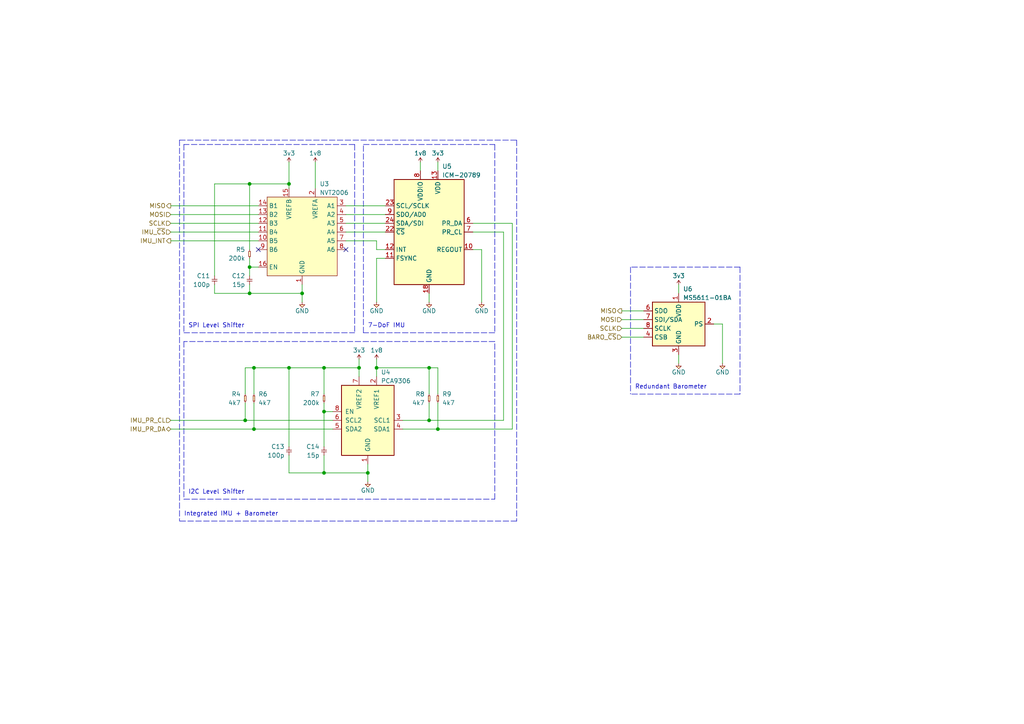
<source format=kicad_sch>
(kicad_sch (version 20211123) (generator eeschema)
  (paper "A4")
  (title_block (title "HAB Altimeter") (date "2021-08-31") (rev "1") (company "Cambridge University Spaceflight") (comment 4 "Drawn By H. Franks"))
  (lib_symbols
    (symbol "Strix:1v8" (power) (pin_numbers hide) (pin_names (offset 1.016) hide)
      (property "Value" "1v8" (at 0 2.286 0))
      (symbol "1v8_0_1"
        (polyline (pts (xy 0 1.27) (xy 0.508 0.508)))
        (polyline (pts (xy 0 0) (xy 0 1.27) (xy -0.508 0.508)))
      )
      (symbol "1v8_1_1"
        (pin power_in line (at 0 0 180) (length 0) hide (name "1v8") (number "1"))
      )
    )
    (symbol "Strix:3v3" (power) (pin_numbers hide) (pin_names (offset 1.016) hide)
      (property "Value" "3v3" (at 0 2.286 0))
      (symbol "3v3_0_1"
        (polyline (pts (xy 0 1.27) (xy 0.508 0.508)))
        (polyline (pts (xy 0 0) (xy 0 1.27) (xy -0.508 0.508)))
      )
      (symbol "3v3_1_1"
        (pin power_in line (at 0 0 180) (length 0) hide (name "3v3") (number "1"))
      )
    )
    (symbol "Strix:C" (pin_numbers hide) (pin_names (offset 1.016) hide)
      (property "Reference" "C" (at 1.27 1.778 0))
      (property "Value" "C" (at 1.27 -1.778 0))
      (symbol "C_0_1"
        (polyline (pts (xy 1.016 0.762) (xy 1.016 -0.762)))
        (polyline (pts (xy 1.524 0.762) (xy 1.524 -0.762)))
      )
      (symbol "C_1_1"
        (pin passive line (at 0 0 0) (length 1.016) (name "~") (number "1"))
        (pin passive line (at 2.54 0 180) (length 1.016) (name "~") (number "2"))
      )
    )
    (symbol "Strix:GND" (power) (pin_numbers hide) (pin_names (offset 1.016) hide)
      (property "Value" "GND" (at 0 -2.54 0))
      (symbol "GND_0_1"
        (polyline (pts (xy 0 0) (xy 0 -0.762)))
        (polyline (pts (xy -0.762 -0.762) (xy 0.762 -0.762) (xy 0 -1.524) (xy -0.762 -0.762)) (fill (type background)))
      )
      (symbol "GND_1_1"
        (pin power_in line (at 0 0 180) (length 0) hide (name "GND") (number "1"))
      )
    )
    (symbol "Strix:ICM-20789"
      (property "Reference" "U" (at 11.43 16.51 0))
      (property "Value" "ICM-20789" (at 11.43 13.97 0))
      (symbol "ICM-20789_0_1"
        (rectangle (start -10.16 15.24) (end 10.16 -15.24) (stroke (width 0.254)) (fill (type background)))
      )
      (symbol "ICM-20789_1_1"
        (pin no_connect line (at -12.7 12.7 0) (length 2.54) hide (name "NC") (number "1"))
        (pin passive line (at 12.7 -5.08 180) (length 2.54) (name "REGOUT") (number "10"))
        (pin input line (at -12.7 -7.62 0) (length 2.54) (name "FSYNC") (number "11"))
        (pin output line (at -12.7 -5.08 0) (length 2.54) (name "INT") (number "12"))
        (pin power_in line (at 2.54 17.78 270) (length 2.54) (name "VDD") (number "13"))
        (pin no_connect line (at 12.7 10.16 180) (length 2.54) hide (name "NC") (number "14"))
        (pin no_connect line (at 12.7 7.62 180) (length 2.54) hide (name "NC") (number "15"))
        (pin no_connect line (at 12.7 -7.62 180) (length 2.54) hide (name "NC") (number "16"))
        (pin no_connect line (at 12.7 -10.16 180) (length 2.54) hide (name "NC") (number "17"))
        (pin power_in line (at 0 -17.78 90) (length 2.54) (name "GND") (number "18"))
        (pin no_connect line (at 12.7 -12.7 180) (length 2.54) hide (name "NC") (number "19"))
        (pin no_connect line (at -12.7 10.16 0) (length 2.54) hide (name "NC") (number "2"))
        (pin no_connect line (at 0 -17.78 90) (length 2.54) hide (name "NC") (number "20"))
        (pin no_connect line (at 12.7 5.08 180) (length 2.54) hide (name "NC") (number "21"))
        (pin input line (at -12.7 0 0) (length 2.54) (name "~{CS}") (number "22"))
        (pin input line (at -12.7 7.62 0) (length 2.54) (name "SCL/SCLK") (number "23"))
        (pin bidirectional line (at -12.7 2.54 0) (length 2.54) (name "SDA/SDI") (number "24"))
        (pin no_connect line (at -12.7 -2.54 0) (length 2.54) hide (name "NC") (number "3"))
        (pin no_connect line (at -12.7 -10.16 0) (length 2.54) hide (name "NC") (number "4"))
        (pin no_connect line (at -12.7 -12.7 0) (length 2.54) hide (name "NC") (number "5"))
        (pin bidirectional line (at 12.7 2.54 180) (length 2.54) (name "PR_DA") (number "6"))
        (pin input line (at 12.7 0 180) (length 2.54) (name "PR_CL") (number "7"))
        (pin power_in line (at -2.54 17.78 270) (length 2.54) (name "VDDIO") (number "8"))
        (pin bidirectional line (at -12.7 5.08 0) (length 2.54) (name "SDO/AD0") (number "9"))
      )
    )
    (symbol "Strix:MS5611-01BA"
      (property "Reference" "U" (at -6.35 7.62 0))
      (property "Value" "MS5611-01BA" (at 7.62 7.62 0))
      (symbol "MS5611-01BA_0_1"
        (rectangle (start -7.62 6.35) (end 7.62 -6.35) (stroke (width 0.254)) (fill (type background)))
      )
      (symbol "MS5611-01BA_1_1"
        (pin power_in line (at 0 8.89 270) (length 2.54) (name "VDD") (number "1"))
        (pin input line (at 10.16 0 180) (length 2.54) (name "PS") (number "2"))
        (pin power_in line (at 0 -8.89 90) (length 2.54) (name "GND") (number "3"))
        (pin input line (at -10.16 -3.81 0) (length 2.54) (name "CSB") (number "4"))
        (pin input line (at -10.16 -3.81 0) (length 2.54) hide (name "CSB") (number "5"))
        (pin output line (at -10.16 3.81 0) (length 2.54) (name "SDO") (number "6"))
        (pin bidirectional line (at -10.16 1.27 0) (length 2.54) (name "SDI/SDA") (number "7"))
        (pin input line (at -10.16 -1.27 0) (length 2.54) (name "SCLK") (number "8"))
      )
    )
    (symbol "Strix:NVT2006"
      (property "Reference" "U" (at 5.08 12.7 0))
      (property "Value" "NVT2006" (at 5.08 10.16 0))
      (symbol "NVT2006_0_0"
        (pin power_in line (at 0 -16.51 90) (length 2.54) (name "GND") (number "1"))
        (pin bidirectional line (at 12.7 -3.81 180) (length 2.54) (name "B5") (number "10"))
        (pin bidirectional line (at 12.7 -1.27 180) (length 2.54) (name "B4") (number "11"))
        (pin bidirectional line (at 12.7 1.27 180) (length 2.54) (name "B3") (number "12"))
        (pin bidirectional line (at 12.7 3.81 180) (length 2.54) (name "B2") (number "13"))
        (pin bidirectional line (at 12.7 6.35 180) (length 2.54) (name "B1") (number "14"))
        (pin power_in line (at 3.81 11.43 270) (length 2.54) (name "VREFB") (number "15"))
        (pin input line (at 12.7 -11.43 180) (length 2.54) (name "EN") (number "16"))
        (pin power_in line (at -3.81 11.43 270) (length 2.54) (name "VREFA") (number "2"))
        (pin bidirectional line (at -12.7 6.35 0) (length 2.54) (name "A1") (number "3"))
        (pin bidirectional line (at -12.7 3.81 0) (length 2.54) (name "A2") (number "4"))
        (pin bidirectional line (at -12.7 1.27 0) (length 2.54) (name "A3") (number "5"))
        (pin bidirectional line (at -12.7 -1.27 0) (length 2.54) (name "A4") (number "6"))
        (pin bidirectional line (at -12.7 -3.81 0) (length 2.54) (name "A5") (number "7"))
        (pin bidirectional line (at -12.7 -6.35 0) (length 2.54) (name "A6") (number "8"))
        (pin bidirectional line (at 12.7 -6.35 180) (length 2.54) (name "B6") (number "9"))
      )
      (symbol "NVT2006_0_1"
        (rectangle (start -10.16 8.89) (end 10.16 -13.97) (fill (type background)))
      )
    )
    (symbol "Strix:PCA9306" (pin_names (offset 1.016))
      (property "Reference" "U" (at -7.62 11.43 0))
      (property "Value" "PCA9306" (at 5.08 11.43 0))
      (symbol "PCA9306_0_1"
        (rectangle (start -7.62 10.16) (end 7.62 -10.16) (stroke (width 0.254)) (fill (type background)))
      )
      (symbol "PCA9306_1_1"
        (pin power_in line (at 0 -12.7 90) (length 2.54) (name "GND") (number "1"))
        (pin power_in line (at -2.54 12.7 270) (length 2.54) (name "VREF1") (number "2"))
        (pin bidirectional line (at -10.16 0 0) (length 2.54) (name "SCL1") (number "3"))
        (pin bidirectional line (at -10.16 -2.54 0) (length 2.54) (name "SDA1") (number "4"))
        (pin bidirectional line (at 10.16 -2.54 180) (length 2.54) (name "SDA2") (number "5"))
        (pin bidirectional line (at 10.16 0 180) (length 2.54) (name "SCL2") (number "6"))
        (pin power_in line (at 2.54 12.7 270) (length 2.54) (name "VREF2") (number "7"))
        (pin input line (at 10.16 2.54 180) (length 2.54) (name "EN") (number "8"))
      )
    )
    (symbol "Strix:R" (pin_numbers hide) (pin_names (offset 1.016) hide)
      (property "Reference" "R" (at 1.27 1.27 0))
      (property "Value" "R" (at 1.27 -1.27 0))
      (symbol "R_0_1"
        (rectangle (start 0.508 0.254) (end 2.032 -0.254) (fill (type background)))
      )
      (symbol "R_1_1"
        (pin passive line (at 0 0 0) (length 0.508) (name "~") (number "1"))
        (pin passive line (at 2.54 0 180) (length 0.508) (name "~") (number "2"))
      )
    )
  )
  (junction (at 124.46 121.92))
  (junction (at 73.66 106.68))
  (junction (at 104.14 106.68))
  (junction (at 83.82 53.34))
  (junction (at 72.39 53.34))
  (junction (at 71.12 121.92))
  (junction (at 109.22 106.68))
  (junction (at 83.82 106.68))
  (junction (at 127 124.46))
  (junction (at 106.68 137.16))
  (junction (at 72.39 85.09))
  (junction (at 93.98 137.16))
  (junction (at 93.98 119.38))
  (junction (at 87.63 85.09))
  (junction (at 72.39 77.47))
  (junction (at 93.98 106.68))
  (junction (at 73.66 124.46))
  (junction (at 124.46 106.68))
  (no_connect (at 74.93 72.39))
  (no_connect (at 100.33 72.39))
  (wire (pts (xy 72.39 82.55) (xy 72.39 85.09)))
  (wire (pts (xy 127 49.53) (xy 127 46.99)))
  (polyline (pts (xy 143.51 96.52) (xy 105.41 96.52)))
  (wire (pts (xy 62.23 85.09) (xy 72.39 85.09)))
  (wire (pts (xy 49.53 121.92) (xy 71.12 121.92)))
  (wire (pts (xy 62.23 80.01) (xy 62.23 53.34)))
  (polyline (pts (xy 214.63 114.3) (xy 182.88 114.3)))
  (polyline (pts (xy 105.41 41.91) (xy 143.51 41.91)))
  (wire (pts (xy 93.98 106.68) (xy 83.82 106.68)))
  (wire (pts (xy 124.46 121.92) (xy 146.05 121.92)))
  (wire (pts (xy 49.53 69.85) (xy 74.93 69.85)))
  (wire (pts (xy 83.82 106.68) (xy 83.82 129.54)))
  (wire (pts (xy 72.39 53.34) (xy 83.82 53.34)))
  (wire (pts (xy 116.84 124.46) (xy 127 124.46)))
  (wire (pts (xy 93.98 119.38) (xy 96.52 119.38)))
  (wire (pts (xy 87.63 85.09) (xy 87.63 87.63)))
  (wire (pts (xy 127 116.84) (xy 127 124.46)))
  (wire (pts (xy 72.39 77.47) (xy 72.39 80.01)))
  (wire (pts (xy 49.53 124.46) (xy 73.66 124.46)))
  (wire (pts (xy 83.82 106.68) (xy 73.66 106.68)))
  (wire (pts (xy 180.34 92.71) (xy 186.69 92.71)))
  (wire (pts (xy 109.22 72.39) (xy 109.22 69.85)))
  (polyline (pts (xy 214.63 77.47) (xy 182.88 77.47)))
  (polyline (pts (xy 53.34 41.91) (xy 53.34 96.52)))
  (wire (pts (xy 93.98 132.08) (xy 93.98 137.16)))
  (wire (pts (xy 111.76 64.77) (xy 100.33 64.77)))
  (wire (pts (xy 73.66 106.68) (xy 71.12 106.68)))
  (wire (pts (xy 73.66 106.68) (xy 73.66 114.3)))
  (wire (pts (xy 124.46 106.68) (xy 127 106.68)))
  (wire (pts (xy 106.68 137.16) (xy 106.68 139.7)))
  (polyline (pts (xy 53.34 99.06) (xy 53.34 144.78)))
  (wire (pts (xy 148.59 124.46) (xy 148.59 64.77)))
  (wire (pts (xy 127 106.68) (xy 127 114.3)))
  (wire (pts (xy 109.22 104.14) (xy 109.22 106.68)))
  (polyline (pts (xy 102.87 41.91) (xy 53.34 41.91)))
  (wire (pts (xy 109.22 74.93) (xy 111.76 74.93)))
  (polyline (pts (xy 182.88 77.47) (xy 182.88 114.3)))
  (wire (pts (xy 93.98 116.84) (xy 93.98 119.38)))
  (wire (pts (xy 139.7 72.39) (xy 139.7 87.63)))
  (wire (pts (xy 49.53 62.23) (xy 74.93 62.23)))
  (wire (pts (xy 104.14 104.14) (xy 104.14 106.68)))
  (wire (pts (xy 71.12 106.68) (xy 71.12 114.3)))
  (wire (pts (xy 83.82 53.34) (xy 83.82 54.61)))
  (polyline (pts (xy 214.63 77.47) (xy 214.63 114.3)))
  (wire (pts (xy 196.85 85.09) (xy 196.85 82.55)))
  (wire (pts (xy 83.82 132.08) (xy 83.82 137.16)))
  (wire (pts (xy 71.12 121.92) (xy 96.52 121.92)))
  (wire (pts (xy 121.92 49.53) (xy 121.92 46.99)))
  (wire (pts (xy 180.34 95.25) (xy 186.69 95.25)))
  (wire (pts (xy 91.44 46.99) (xy 91.44 54.61)))
  (wire (pts (xy 104.14 106.68) (xy 104.14 109.22)))
  (wire (pts (xy 106.68 134.62) (xy 106.68 137.16)))
  (wire (pts (xy 49.53 64.77) (xy 74.93 64.77)))
  (polyline (pts (xy 149.86 40.64) (xy 149.86 151.13)))
  (polyline (pts (xy 149.86 151.13) (xy 52.07 151.13)))
  (wire (pts (xy 109.22 74.93) (xy 109.22 87.63)))
  (wire (pts (xy 109.22 69.85) (xy 100.33 69.85)))
  (wire (pts (xy 124.46 116.84) (xy 124.46 121.92)))
  (wire (pts (xy 83.82 46.99) (xy 83.82 53.34)))
  (polyline (pts (xy 105.41 96.52) (xy 105.41 41.91)))
  (wire (pts (xy 73.66 116.84) (xy 73.66 124.46)))
  (wire (pts (xy 111.76 62.23) (xy 100.33 62.23)))
  (wire (pts (xy 124.46 106.68) (xy 109.22 106.68)))
  (wire (pts (xy 209.55 93.98) (xy 209.55 105.41)))
  (wire (pts (xy 72.39 85.09) (xy 87.63 85.09)))
  (wire (pts (xy 93.98 114.3) (xy 93.98 106.68)))
  (wire (pts (xy 124.46 114.3) (xy 124.46 106.68)))
  (polyline (pts (xy 52.07 40.64) (xy 149.86 40.64)))
  (polyline (pts (xy 53.34 144.78) (xy 143.51 144.78)))
  (wire (pts (xy 127 124.46) (xy 148.59 124.46)))
  (wire (pts (xy 109.22 106.68) (xy 109.22 109.22)))
  (wire (pts (xy 116.84 121.92) (xy 124.46 121.92)))
  (wire (pts (xy 124.46 85.09) (xy 124.46 87.63)))
  (polyline (pts (xy 143.51 41.91) (xy 143.51 96.52)))
  (wire (pts (xy 87.63 82.55) (xy 87.63 85.09)))
  (polyline (pts (xy 53.34 96.52) (xy 102.87 96.52)))
  (wire (pts (xy 111.76 59.69) (xy 100.33 59.69)))
  (wire (pts (xy 111.76 72.39) (xy 109.22 72.39)))
  (wire (pts (xy 196.85 102.87) (xy 196.85 105.41)))
  (wire (pts (xy 146.05 67.31) (xy 146.05 121.92)))
  (polyline (pts (xy 102.87 41.91) (xy 102.87 96.52)))
  (wire (pts (xy 49.53 67.31) (xy 74.93 67.31)))
  (wire (pts (xy 49.53 59.69) (xy 74.93 59.69)))
  (wire (pts (xy 137.16 67.31) (xy 146.05 67.31)))
  (polyline (pts (xy 52.07 40.64) (xy 52.07 151.13)))
  (wire (pts (xy 137.16 72.39) (xy 139.7 72.39)))
  (wire (pts (xy 180.34 90.17) (xy 186.69 90.17)))
  (wire (pts (xy 93.98 106.68) (xy 104.14 106.68)))
  (wire (pts (xy 72.39 72.39) (xy 72.39 53.34)))
  (wire (pts (xy 83.82 137.16) (xy 93.98 137.16)))
  (wire (pts (xy 209.55 93.98) (xy 207.01 93.98)))
  (wire (pts (xy 62.23 53.34) (xy 72.39 53.34)))
  (wire (pts (xy 93.98 119.38) (xy 93.98 129.54)))
  (polyline (pts (xy 143.51 144.78) (xy 143.51 99.06)))
  (wire (pts (xy 93.98 137.16) (xy 106.68 137.16)))
  (wire (pts (xy 111.76 67.31) (xy 100.33 67.31)))
  (wire (pts (xy 72.39 77.47) (xy 74.93 77.47)))
  (wire (pts (xy 62.23 82.55) (xy 62.23 85.09)))
  (wire (pts (xy 180.34 97.79) (xy 186.69 97.79)))
  (wire (pts (xy 71.12 116.84) (xy 71.12 121.92)))
  (wire (pts (xy 148.59 64.77) (xy 137.16 64.77)))
  (wire (pts (xy 72.39 74.93) (xy 72.39 77.47)))
  (wire (pts (xy 73.66 124.46) (xy 96.52 124.46)))
  (polyline (pts (xy 143.51 99.06) (xy 53.34 99.06)))
  (text "SPI Level Shifter" (at 54.61 95.25 0) (effects (font (size 1.27 1.27)) (justify left bottom)))
  (text "Integrated IMU + Barometer" (at 53.34 149.86 0) (effects (font (size 1.27 1.27)) (justify left bottom)))
  (text "Redundant Barometer" (at 184.15 113.03 0) (effects (font (size 1.27 1.27)) (justify left bottom)))
  (text "I2C Level Shifter" (at 54.61 143.51 0) (effects (font (size 1.27 1.27)) (justify left bottom)))
  (text "7-DoF IMU" (at 106.68 95.25 0) (effects (font (size 1.27 1.27)) (justify left bottom)))
  (hierarchical_label "IMU_INT" (shape output) (at 49.53 69.85 180))
  (hierarchical_label "SCLK" (shape input) (at 180.34 95.25 180))
  (hierarchical_label "MOSI" (shape input) (at 180.34 92.71 180))
  (hierarchical_label "BARO_~{CS}" (shape input) (at 180.34 97.79 180))
  (hierarchical_label "IMU_PR_CL" (shape input) (at 49.53 121.92 180))
  (hierarchical_label "MOSI" (shape input) (at 49.53 62.23 180))
  (hierarchical_label "IMU_PR_DA" (shape bidirectional) (at 49.53 124.46 180))
  (hierarchical_label "MISO" (shape output) (at 180.34 90.17 180))
  (hierarchical_label "MISO" (shape output) (at 49.53 59.69 180))
  (hierarchical_label "IMU_~{CS}" (shape input) (at 49.53 67.31 180))
  (hierarchical_label "SCLK" (shape input) (at 49.53 64.77 180))
  (symbol (lib_id "Strix:GND") (at 196.85 105.41 0) (unit 1)
    (property "Reference" "#PWR026" (effects hide))
    (property "Value" "GND" (at 196.85 107.95 0))
  )
  (symbol (lib_id "Strix:3v3") (at 196.85 82.55 0) (unit 1)
    (property "Reference" "#PWR025" (effects hide))
    (property "Value" "3v3" (at 196.85 80.01 0))
  )
  (symbol (lib_id "Strix:1v8") (at 91.44 46.99 0) (unit 1)
    (property "Reference" "#PWR016" (effects hide))
    (property "Value" "1v8" (at 91.44 44.45 0))
  )
  (symbol (lib_id "Strix:GND") (at 87.63 87.63 0) (mirror y) (unit 1)
    (property "Reference" "#PWR015" (effects hide))
    (property "Value" "GND" (at 87.63 90.17 0))
  )
  (symbol (lib_id "Strix:1v8") (at 121.92 46.99 0) (unit 1)
    (property "Reference" "#PWR021" (effects hide))
    (property "Value" "1v8" (at 121.92 44.45 0))
  )
  (symbol (lib_id "Strix:3v3") (at 127 46.99 0) (unit 1)
    (property "Reference" "#PWR023" (effects hide))
    (property "Value" "3v3" (at 127 44.45 0))
  )
  (symbol (lib_id "Strix:GND") (at 124.46 87.63 0) (unit 1)
    (property "Reference" "#PWR022" (effects hide))
    (property "Value" "GND" (at 124.46 90.17 0))
  )
  (symbol (lib_id "Strix:GND") (at 139.7 87.63 0) (unit 1)
    (property "Reference" "#PWR024" (effects hide))
    (property "Value" "GND" (at 139.7 90.17 0))
  )
  (symbol (lib_id "Strix:GND") (at 109.22 87.63 0) (unit 1)
    (property "Reference" "#PWR019" (effects hide))
    (property "Value" "GND" (at 109.22 90.17 0))
  )
  (symbol (lib_id "Strix:C") (at 72.39 82.55 90) (unit 1)
    (property "Reference" "C12" (at 71.12 80.01 90) (effects (justify left)))
    (property "Value" "15p" (at 71.12 82.55 90) (effects (justify left)))
    (property "Footprint" "Strix:C_0402" (effects hide))
  )
  (symbol (lib_id "Strix:NVT2006") (at 87.63 66.04 0) (mirror y) (unit 1)
    (property "Reference" "U3" (at 92.71 53.34 0) (effects (justify right)))
    (property "Value" "NVT2006" (at 92.71 55.88 0) (effects (justify right)))
  )
  (symbol (lib_id "Strix:C") (at 93.98 132.08 90) (unit 1)
    (property "Reference" "C14" (at 92.71 129.54 90) (effects (justify left)))
    (property "Value" "15p" (at 92.71 132.08 90) (effects (justify left)))
    (property "Footprint" "Strix:C_0402" (effects hide))
  )
  (symbol (lib_id "Strix:R") (at 127 114.3 270) (unit 1)
    (property "Reference" "R9" (at 128.27 114.3 90) (effects (justify left)))
    (property "Value" "4k7" (at 128.27 116.84 90) (effects (justify left)))
    (property "Footprint" "Strix:R_0402" (effects hide))
  )
  (symbol (lib_id "Strix:R") (at 124.46 114.3 90) (mirror x) (unit 1)
    (property "Reference" "R8" (at 123.19 114.3 90) (effects (justify left)))
    (property "Value" "4k7" (at 123.19 116.84 90) (effects (justify left)))
    (property "Footprint" "Strix:R_0402" (effects hide))
  )
  (symbol (lib_id "Strix:GND") (at 209.55 105.41 0) (unit 1)
    (property "Reference" "#PWR027" (effects hide))
    (property "Value" "GND" (at 209.55 107.95 0))
  )
  (symbol (lib_id "Strix:C") (at 62.23 82.55 90) (unit 1)
    (property "Reference" "C11" (at 60.96 80.01 90) (effects (justify left)))
    (property "Value" "100p" (at 60.96 82.55 90) (effects (justify left)))
    (property "Footprint" "Strix:C_0402" (effects hide))
  )
  (symbol (lib_id "Strix:1v8") (at 109.22 104.14 0) (unit 1)
    (property "Reference" "#PWR020" (effects hide))
    (property "Value" "1v8" (at 109.22 101.6 0))
  )
  (symbol (lib_id "Strix:3v3") (at 83.82 46.99 0) (unit 1)
    (property "Reference" "#PWR014" (effects hide))
    (property "Value" "3v3" (at 83.82 44.45 0))
  )
  (symbol (lib_id "Strix:GND") (at 106.68 139.7 0) (mirror y) (unit 1)
    (property "Reference" "#PWR018" (effects hide))
    (property "Value" "GND" (at 106.68 142.24 0))
  )
  (symbol (lib_id "Strix:ICM-20789") (at 124.46 67.31 0) (unit 1)
    (property "Reference" "U5" (at 128.27 48.26 0) (effects (justify left)))
    (property "Value" "ICM-20789" (at 128.27 50.8 0) (effects (justify left)))
    (property "Footprint" "Strix:ICM-20789" (effects hide))
    (property "Datasheet" "http://www.invensense.com/wp-content/uploads/2016/06/DS-000189-ICM-20948-v1.3.pdf" (effects hide))
  )
  (symbol (lib_id "Strix:R") (at 71.12 114.3 90) (mirror x) (unit 1)
    (property "Reference" "R4" (at 69.85 114.3 90) (effects (justify left)))
    (property "Value" "4k7" (at 69.85 116.84 90) (effects (justify left)))
    (property "Footprint" "Strix:R_0402" (effects hide))
  )
  (symbol (lib_id "Strix:R") (at 72.39 72.39 90) (mirror x) (unit 1)
    (property "Reference" "R5" (at 71.12 72.39 90) (effects (justify left)))
    (property "Value" "200k" (at 71.12 74.93 90) (effects (justify left)))
    (property "Footprint" "Strix:R_0402" (effects hide))
  )
  (symbol (lib_id "Strix:R") (at 73.66 114.3 270) (unit 1)
    (property "Reference" "R6" (at 74.93 114.3 90) (effects (justify left)))
    (property "Value" "4k7" (at 74.93 116.84 90) (effects (justify left)))
    (property "Footprint" "Strix:R_0402" (effects hide))
  )
  (symbol (lib_id "Strix:3v3") (at 104.14 104.14 0) (unit 1)
    (property "Reference" "#PWR017" (effects hide))
    (property "Value" "3v3" (at 104.14 101.6 0))
  )
  (symbol (lib_id "Strix:PCA9306") (at 106.68 121.92 0) (mirror y) (unit 1)
    (property "Reference" "U4" (at 110.49 107.95 0) (effects (justify right)))
    (property "Value" "PCA9306" (at 110.49 110.49 0) (effects (justify right)))
    (property "Datasheet" "http://www.ti.com/lit/ds/symlink/pca9306.pdf" (effects hide))
  )
  (symbol (lib_id "Strix:R") (at 93.98 114.3 90) (mirror x) (unit 1)
    (property "Reference" "R7" (at 92.71 114.3 90) (effects (justify left)))
    (property "Value" "200k" (at 92.71 116.84 90) (effects (justify left)))
    (property "Footprint" "Strix:R_0402" (effects hide))
  )
  (symbol (lib_id "Strix:MS5611-01BA") (at 196.85 93.98 0) (unit 1)
    (property "Reference" "U6" (at 198.12 83.82 0) (effects (justify left)))
    (property "Value" "MS5611-01BA" (at 198.12 86.36 0) (effects (justify left)))
    (property "Footprint" "Strix:MS5611-01BA" (effects hide))
    (property "Datasheet" "https://www.te.com/commerce/DocumentDelivery/DDEController?Action=srchrtrv&DocNm=MS5611-01BA03&DocType=Data+Sheet&DocLang=English" (effects hide))
  )
  (symbol (lib_id "Strix:C") (at 83.82 132.08 90) (unit 1)
    (property "Reference" "C13" (at 82.55 129.54 90) (effects (justify left)))
    (property "Value" "100p" (at 82.55 132.08 90) (effects (justify left)))
    (property "Footprint" "Strix:C_0402" (effects hide))
  )
)
</source>
